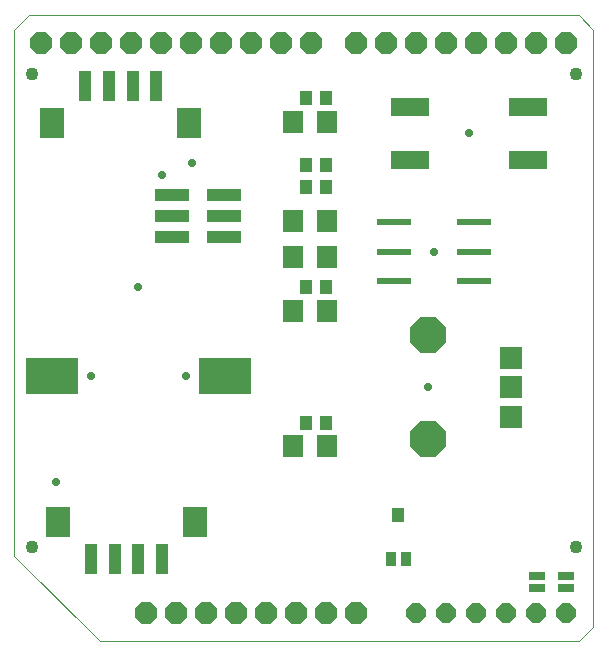
<source format=gts>
G75*
%MOIN*%
%OFA0B0*%
%FSLAX25Y25*%
%IPPOS*%
%LPD*%
%AMOC8*
5,1,8,0,0,1.08239X$1,22.5*
%
%ADD10C,0.00004*%
%ADD11R,0.11424X0.04337*%
%ADD12R,0.06699X0.07498*%
%ADD13R,0.12605X0.05912*%
%ADD14R,0.17723X0.12211*%
%ADD15R,0.05400X0.02900*%
%ADD16R,0.11227X0.02369*%
%ADD17R,0.07800X0.07800*%
%ADD18OC8,0.12211*%
%ADD19R,0.04337X0.04731*%
%ADD20R,0.04337X0.10243*%
%ADD21R,0.08274X0.10243*%
%ADD22C,0.04337*%
%ADD23C,0.02900*%
%ADD24R,0.03550X0.04731*%
%ADD25OC8,0.07400*%
%ADD26OC8,0.06400*%
D10*
X0008874Y0037220D02*
X0037220Y0008874D01*
X0197063Y0008874D01*
X0201787Y0013598D01*
X0201787Y0212811D01*
X0197063Y0217535D01*
X0013598Y0217535D01*
X0008874Y0212811D01*
X0008874Y0037220D01*
D11*
X0061236Y0143717D03*
X0061236Y0150606D03*
X0061236Y0157496D03*
X0078559Y0157496D03*
X0078559Y0150606D03*
X0078559Y0143717D03*
D12*
X0101701Y0148835D03*
X0112898Y0148835D03*
X0112898Y0136827D03*
X0101701Y0136827D03*
X0101701Y0119110D03*
X0112898Y0119110D03*
X0112898Y0073835D03*
X0101701Y0073835D03*
X0101701Y0182102D03*
X0112898Y0182102D03*
D13*
X0140764Y0187024D03*
X0140764Y0169307D03*
X0180134Y0169307D03*
X0180134Y0187024D03*
D14*
X0079150Y0097457D03*
X0021276Y0097457D03*
D15*
X0182890Y0030559D03*
X0182890Y0026559D03*
X0192732Y0026559D03*
X0192732Y0030559D03*
D16*
X0161925Y0128953D03*
X0161925Y0138795D03*
X0161925Y0148638D03*
X0135350Y0148638D03*
X0135350Y0138795D03*
X0135350Y0128953D03*
D17*
X0174228Y0103362D03*
X0174228Y0093520D03*
X0174228Y0083677D03*
D18*
X0146669Y0076197D03*
X0146669Y0110843D03*
D19*
X0112614Y0126984D03*
X0105921Y0126984D03*
X0105921Y0160449D03*
X0112614Y0160449D03*
X0112614Y0167535D03*
X0105921Y0167535D03*
X0105921Y0189976D03*
X0112614Y0189976D03*
X0112614Y0081709D03*
X0105921Y0081709D03*
X0136787Y0051039D03*
D20*
X0058087Y0036433D03*
X0050213Y0036433D03*
X0042339Y0036433D03*
X0034465Y0036433D03*
X0032496Y0193913D03*
X0040370Y0193913D03*
X0048244Y0193913D03*
X0056118Y0193913D03*
D21*
X0067142Y0181618D03*
X0021472Y0181618D03*
X0023441Y0048728D03*
X0069110Y0048728D03*
D22*
X0014780Y0040370D03*
X0014780Y0197850D03*
X0195882Y0197850D03*
X0195882Y0040370D03*
D23*
X0146669Y0093520D03*
X0148638Y0138795D03*
X0160449Y0178165D03*
X0067929Y0168323D03*
X0058087Y0164386D03*
X0050213Y0126984D03*
X0065961Y0097457D03*
X0034465Y0097457D03*
X0022654Y0062024D03*
D24*
X0134268Y0036354D03*
X0139386Y0036354D03*
D25*
X0122811Y0018205D03*
X0112811Y0018205D03*
X0102811Y0018205D03*
X0092811Y0018205D03*
X0082811Y0018205D03*
X0072811Y0018205D03*
X0062811Y0018205D03*
X0052811Y0018205D03*
X0047850Y0208205D03*
X0037850Y0208205D03*
X0027850Y0208205D03*
X0017850Y0208205D03*
X0057850Y0208205D03*
X0067850Y0208205D03*
X0077850Y0208205D03*
X0087850Y0208205D03*
X0097850Y0208205D03*
X0107850Y0208205D03*
X0122850Y0208205D03*
X0132850Y0208205D03*
X0142850Y0208205D03*
X0152850Y0208205D03*
X0162850Y0208205D03*
X0172850Y0208205D03*
X0182850Y0208205D03*
X0192850Y0208205D03*
D26*
X0192811Y0018205D03*
X0182811Y0018205D03*
X0172811Y0018205D03*
X0162811Y0018205D03*
X0152811Y0018205D03*
X0142811Y0018205D03*
M02*

</source>
